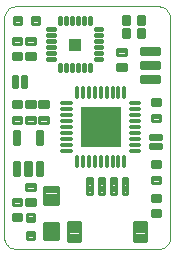
<source format=gts>
G75*
%MOIN*%
%OFA0B0*%
%FSLAX24Y24*%
%IPPOS*%
%LPD*%
%AMOC8*
5,1,8,0,0,1.08239X$1,22.5*
%
%ADD10C,0.0000*%
%ADD11R,0.1375X0.1375*%
%ADD12C,0.0106*%
%ADD13C,0.0114*%
%ADD14C,0.0134*%
%ADD15R,0.0394X0.0394*%
%ADD16C,0.0114*%
%ADD17C,0.0118*%
%ADD18C,0.0138*%
%ADD19C,0.0138*%
%ADD20C,0.0120*%
%ADD21C,0.0116*%
%ADD22C,0.0108*%
D10*
X002723Y003381D02*
X007466Y003381D01*
X007466Y003380D02*
X007505Y003382D01*
X007543Y003388D01*
X007580Y003397D01*
X007617Y003410D01*
X007652Y003427D01*
X007685Y003446D01*
X007716Y003469D01*
X007745Y003495D01*
X007771Y003524D01*
X007794Y003555D01*
X007813Y003588D01*
X007830Y003623D01*
X007843Y003660D01*
X007852Y003697D01*
X007858Y003735D01*
X007860Y003774D01*
X007860Y011074D01*
X007858Y011113D01*
X007852Y011151D01*
X007843Y011188D01*
X007830Y011225D01*
X007813Y011260D01*
X007794Y011293D01*
X007771Y011324D01*
X007745Y011353D01*
X007716Y011379D01*
X007685Y011402D01*
X007652Y011421D01*
X007617Y011438D01*
X007580Y011451D01*
X007543Y011460D01*
X007505Y011466D01*
X007466Y011468D01*
X007466Y011467D02*
X002723Y011467D01*
X002723Y011468D02*
X002684Y011466D01*
X002646Y011460D01*
X002609Y011451D01*
X002572Y011438D01*
X002537Y011421D01*
X002504Y011402D01*
X002473Y011379D01*
X002444Y011353D01*
X002418Y011324D01*
X002395Y011293D01*
X002376Y011260D01*
X002359Y011225D01*
X002346Y011188D01*
X002337Y011151D01*
X002331Y011113D01*
X002329Y011074D01*
X002329Y003774D01*
X002331Y003735D01*
X002337Y003697D01*
X002346Y003660D01*
X002359Y003623D01*
X002376Y003588D01*
X002395Y003555D01*
X002418Y003524D01*
X002444Y003495D01*
X002473Y003469D01*
X002504Y003446D01*
X002537Y003427D01*
X002572Y003410D01*
X002609Y003397D01*
X002646Y003388D01*
X002684Y003382D01*
X002723Y003380D01*
D11*
X005548Y007443D03*
D12*
X003650Y005441D02*
X003650Y004877D01*
X003650Y005441D02*
X004134Y005441D01*
X004134Y004877D01*
X003650Y004877D01*
X003650Y004982D02*
X004134Y004982D01*
X004134Y005087D02*
X003650Y005087D01*
X003650Y005192D02*
X004134Y005192D01*
X004134Y005297D02*
X003650Y005297D01*
X003650Y005402D02*
X004134Y005402D01*
X004134Y004260D02*
X004134Y003696D01*
X003650Y003696D01*
X003650Y004260D01*
X004134Y004260D01*
X004134Y003801D02*
X003650Y003801D01*
X003650Y003906D02*
X004134Y003906D01*
X004134Y004011D02*
X003650Y004011D01*
X003650Y004116D02*
X004134Y004116D01*
X004134Y004221D02*
X003650Y004221D01*
D13*
X003324Y004546D02*
X003084Y004546D01*
X003324Y004546D02*
X003324Y004306D01*
X003084Y004306D01*
X003084Y004546D01*
X003084Y004419D02*
X003324Y004419D01*
X003324Y004532D02*
X003084Y004532D01*
X003084Y003955D02*
X003324Y003955D01*
X003324Y003715D01*
X003084Y003715D01*
X003084Y003955D01*
X003084Y003828D02*
X003324Y003828D01*
X003324Y003941D02*
X003084Y003941D01*
X003254Y010886D02*
X003254Y011126D01*
X003494Y011126D01*
X003494Y010886D01*
X003254Y010886D01*
X003254Y010999D02*
X003494Y010999D01*
X003494Y011112D02*
X003254Y011112D01*
X002664Y011126D02*
X002664Y010886D01*
X002664Y011126D02*
X002904Y011126D01*
X002904Y010886D01*
X002664Y010886D01*
X002664Y010999D02*
X002904Y010999D01*
X002904Y011112D02*
X002664Y011112D01*
D14*
X003807Y010673D02*
X004027Y010673D01*
X003807Y010673D02*
X003807Y010697D01*
X004027Y010697D01*
X004027Y010673D01*
X004027Y010476D02*
X003807Y010476D01*
X003807Y010500D01*
X004027Y010500D01*
X004027Y010476D01*
X004027Y010280D02*
X003807Y010280D01*
X003807Y010304D01*
X004027Y010304D01*
X004027Y010280D01*
X004027Y010083D02*
X003807Y010083D01*
X003807Y010107D01*
X004027Y010107D01*
X004027Y010083D01*
X004027Y009886D02*
X003807Y009886D01*
X003807Y009910D01*
X004027Y009910D01*
X004027Y009886D01*
X004027Y009689D02*
X003807Y009689D01*
X003807Y009713D01*
X004027Y009713D01*
X004027Y009689D01*
X004200Y009516D02*
X004200Y009296D01*
X004200Y009516D02*
X004224Y009516D01*
X004224Y009296D01*
X004200Y009296D01*
X004200Y009429D02*
X004224Y009429D01*
X004397Y009516D02*
X004397Y009296D01*
X004397Y009516D02*
X004421Y009516D01*
X004421Y009296D01*
X004397Y009296D01*
X004397Y009429D02*
X004421Y009429D01*
X004594Y009516D02*
X004594Y009296D01*
X004594Y009516D02*
X004618Y009516D01*
X004618Y009296D01*
X004594Y009296D01*
X004594Y009429D02*
X004618Y009429D01*
X004791Y009516D02*
X004791Y009296D01*
X004791Y009516D02*
X004815Y009516D01*
X004815Y009296D01*
X004791Y009296D01*
X004791Y009429D02*
X004815Y009429D01*
X004987Y009516D02*
X004987Y009296D01*
X004987Y009516D02*
X005011Y009516D01*
X005011Y009296D01*
X004987Y009296D01*
X004987Y009429D02*
X005011Y009429D01*
X005184Y009516D02*
X005184Y009296D01*
X005184Y009516D02*
X005208Y009516D01*
X005208Y009296D01*
X005184Y009296D01*
X005184Y009429D02*
X005208Y009429D01*
X005382Y009713D02*
X005602Y009713D01*
X005602Y009689D01*
X005382Y009689D01*
X005382Y009713D01*
X005382Y009910D02*
X005602Y009910D01*
X005602Y009886D01*
X005382Y009886D01*
X005382Y009910D01*
X005382Y010107D02*
X005602Y010107D01*
X005602Y010083D01*
X005382Y010083D01*
X005382Y010107D01*
X005382Y010304D02*
X005602Y010304D01*
X005602Y010280D01*
X005382Y010280D01*
X005382Y010304D01*
X005382Y010500D02*
X005602Y010500D01*
X005602Y010476D01*
X005382Y010476D01*
X005382Y010500D01*
X005382Y010697D02*
X005602Y010697D01*
X005602Y010673D01*
X005382Y010673D01*
X005382Y010697D01*
X005208Y010871D02*
X005208Y011091D01*
X005208Y010871D02*
X005184Y010871D01*
X005184Y011091D01*
X005208Y011091D01*
X005208Y011004D02*
X005184Y011004D01*
X005011Y011091D02*
X005011Y010871D01*
X004987Y010871D01*
X004987Y011091D01*
X005011Y011091D01*
X005011Y011004D02*
X004987Y011004D01*
X004815Y011091D02*
X004815Y010871D01*
X004791Y010871D01*
X004791Y011091D01*
X004815Y011091D01*
X004815Y011004D02*
X004791Y011004D01*
X004618Y011091D02*
X004618Y010871D01*
X004594Y010871D01*
X004594Y011091D01*
X004618Y011091D01*
X004618Y011004D02*
X004594Y011004D01*
X004421Y011091D02*
X004421Y010871D01*
X004397Y010871D01*
X004397Y011091D01*
X004421Y011091D01*
X004421Y011004D02*
X004397Y011004D01*
X004224Y011091D02*
X004224Y010871D01*
X004200Y010871D01*
X004200Y011091D01*
X004224Y011091D01*
X004224Y011004D02*
X004200Y011004D01*
D15*
X004704Y010193D03*
D16*
X003064Y010223D02*
X003064Y010425D01*
X003344Y010425D01*
X003344Y010223D01*
X003064Y010223D01*
X003064Y010336D02*
X003344Y010336D01*
X003064Y009913D02*
X003064Y009711D01*
X003064Y009913D02*
X003344Y009913D01*
X003344Y009711D01*
X003064Y009711D01*
X003064Y009824D02*
X003344Y009824D01*
X002907Y009913D02*
X002907Y009711D01*
X002627Y009711D01*
X002627Y009913D01*
X002907Y009913D01*
X002907Y009824D02*
X002627Y009824D01*
X002907Y010223D02*
X002907Y010425D01*
X002907Y010223D02*
X002627Y010223D01*
X002627Y010425D01*
X002907Y010425D01*
X002907Y010336D02*
X002627Y010336D01*
X002907Y008300D02*
X002907Y008098D01*
X002627Y008098D01*
X002627Y008300D01*
X002907Y008300D01*
X002907Y008211D02*
X002627Y008211D01*
X002907Y007788D02*
X002907Y007586D01*
X002627Y007586D01*
X002627Y007788D01*
X002907Y007788D01*
X002907Y007699D02*
X002627Y007699D01*
X003344Y007788D02*
X003344Y007586D01*
X003064Y007586D01*
X003064Y007788D01*
X003344Y007788D01*
X003344Y007699D02*
X003064Y007699D01*
X003344Y008098D02*
X003344Y008300D01*
X003344Y008098D02*
X003064Y008098D01*
X003064Y008300D01*
X003344Y008300D01*
X003344Y008211D02*
X003064Y008211D01*
X003502Y008300D02*
X003502Y008098D01*
X003502Y008300D02*
X003782Y008300D01*
X003782Y008098D01*
X003502Y008098D01*
X003502Y008211D02*
X003782Y008211D01*
X003502Y007788D02*
X003502Y007586D01*
X003502Y007788D02*
X003782Y007788D01*
X003782Y007586D01*
X003502Y007586D01*
X003502Y007699D02*
X003782Y007699D01*
X003344Y005550D02*
X003344Y005348D01*
X003064Y005348D01*
X003064Y005550D01*
X003344Y005550D01*
X003344Y005461D02*
X003064Y005461D01*
X003344Y005038D02*
X003344Y004836D01*
X003064Y004836D01*
X003064Y005038D01*
X003344Y005038D01*
X003344Y004949D02*
X003064Y004949D01*
X002627Y004848D02*
X002627Y005050D01*
X002907Y005050D01*
X002907Y004848D01*
X002627Y004848D01*
X002627Y004961D02*
X002907Y004961D01*
X002627Y004538D02*
X002627Y004336D01*
X002627Y004538D02*
X002907Y004538D01*
X002907Y004336D01*
X002627Y004336D01*
X002627Y004449D02*
X002907Y004449D01*
X006375Y009336D02*
X006375Y009538D01*
X006375Y009336D02*
X006095Y009336D01*
X006095Y009538D01*
X006375Y009538D01*
X006375Y009449D02*
X006095Y009449D01*
X006375Y009848D02*
X006375Y010050D01*
X006375Y009848D02*
X006095Y009848D01*
X006095Y010050D01*
X006375Y010050D01*
X006375Y009961D02*
X006095Y009961D01*
X006285Y010428D02*
X006487Y010428D01*
X006285Y010428D02*
X006285Y010708D01*
X006487Y010708D01*
X006487Y010428D01*
X006487Y010541D02*
X006285Y010541D01*
X006285Y010654D02*
X006487Y010654D01*
X006487Y010866D02*
X006285Y010866D01*
X006285Y011146D01*
X006487Y011146D01*
X006487Y010866D01*
X006487Y010979D02*
X006285Y010979D01*
X006285Y011092D02*
X006487Y011092D01*
X006797Y010866D02*
X006999Y010866D01*
X006797Y010866D02*
X006797Y011146D01*
X006999Y011146D01*
X006999Y010866D01*
X006999Y010979D02*
X006797Y010979D01*
X006797Y011092D02*
X006999Y011092D01*
X006999Y010428D02*
X006797Y010428D01*
X006797Y010708D01*
X006999Y010708D01*
X006999Y010428D01*
X006999Y010541D02*
X006797Y010541D01*
X006797Y010654D02*
X006999Y010654D01*
X007501Y010079D02*
X007501Y009877D01*
X006907Y009877D01*
X006907Y010079D01*
X007501Y010079D01*
X007501Y009990D02*
X006907Y009990D01*
X007501Y009607D02*
X007501Y009405D01*
X006907Y009405D01*
X006907Y009607D01*
X007501Y009607D01*
X007501Y009518D02*
X006907Y009518D01*
X007501Y009134D02*
X007501Y008932D01*
X006907Y008932D01*
X006907Y009134D01*
X007501Y009134D01*
X007501Y009045D02*
X006907Y009045D01*
X007252Y008363D02*
X007252Y008161D01*
X007252Y008363D02*
X007532Y008363D01*
X007532Y008161D01*
X007252Y008161D01*
X007252Y008274D02*
X007532Y008274D01*
X007252Y007851D02*
X007252Y007649D01*
X007252Y007851D02*
X007532Y007851D01*
X007532Y007649D01*
X007252Y007649D01*
X007252Y007762D02*
X007532Y007762D01*
X007252Y006300D02*
X007252Y006098D01*
X007252Y006300D02*
X007532Y006300D01*
X007532Y006098D01*
X007252Y006098D01*
X007252Y006211D02*
X007532Y006211D01*
X007252Y005788D02*
X007252Y005586D01*
X007252Y005788D02*
X007532Y005788D01*
X007532Y005586D01*
X007252Y005586D01*
X007252Y005699D02*
X007532Y005699D01*
X007532Y005175D02*
X007532Y004973D01*
X007252Y004973D01*
X007252Y005175D01*
X007532Y005175D01*
X007532Y005086D02*
X007252Y005086D01*
X007532Y004663D02*
X007532Y004461D01*
X007252Y004461D01*
X007252Y004663D01*
X007532Y004663D01*
X007532Y004574D02*
X007252Y004574D01*
D17*
X003585Y005859D02*
X003447Y005859D01*
X003447Y006253D01*
X003585Y006253D01*
X003585Y005859D01*
X003585Y005976D02*
X003447Y005976D01*
X003447Y006093D02*
X003585Y006093D01*
X003585Y006210D02*
X003447Y006210D01*
X003211Y005859D02*
X003073Y005859D01*
X003073Y006253D01*
X003211Y006253D01*
X003211Y005859D01*
X003211Y005976D02*
X003073Y005976D01*
X003073Y006093D02*
X003211Y006093D01*
X003211Y006210D02*
X003073Y006210D01*
X002837Y005859D02*
X002699Y005859D01*
X002699Y006253D01*
X002837Y006253D01*
X002837Y005859D01*
X002837Y005976D02*
X002699Y005976D01*
X002699Y006093D02*
X002837Y006093D01*
X002837Y006210D02*
X002699Y006210D01*
X002699Y006883D02*
X002837Y006883D01*
X002699Y006883D02*
X002699Y007277D01*
X002837Y007277D01*
X002837Y006883D01*
X002837Y007000D02*
X002699Y007000D01*
X002699Y007117D02*
X002837Y007117D01*
X002837Y007234D02*
X002699Y007234D01*
X003447Y006883D02*
X003585Y006883D01*
X003447Y006883D02*
X003447Y007277D01*
X003585Y007277D01*
X003585Y006883D01*
X003585Y007000D02*
X003447Y007000D01*
X003447Y007117D02*
X003585Y007117D01*
X003585Y007234D02*
X003447Y007234D01*
D18*
X004258Y007246D02*
X004554Y007246D01*
X004554Y007443D02*
X004258Y007443D01*
X004258Y007640D02*
X004554Y007640D01*
X004554Y007837D02*
X004258Y007837D01*
X004258Y008034D02*
X004554Y008034D01*
X004554Y008231D02*
X004258Y008231D01*
X004761Y008437D02*
X004761Y008733D01*
X004957Y008733D02*
X004957Y008437D01*
X005154Y008437D02*
X005154Y008733D01*
X005351Y008733D02*
X005351Y008437D01*
X005548Y008437D02*
X005548Y008733D01*
X005745Y008733D02*
X005745Y008437D01*
X005942Y008437D02*
X005942Y008733D01*
X006138Y008733D02*
X006138Y008437D01*
X006335Y008437D02*
X006335Y008733D01*
X006542Y008231D02*
X006838Y008231D01*
X006838Y008034D02*
X006542Y008034D01*
X006542Y007837D02*
X006838Y007837D01*
X006838Y007640D02*
X006542Y007640D01*
X006542Y007443D02*
X006838Y007443D01*
X006838Y007246D02*
X006542Y007246D01*
X006542Y007049D02*
X006838Y007049D01*
X006838Y006853D02*
X006542Y006853D01*
X006335Y006449D02*
X006335Y006153D01*
X006138Y006153D02*
X006138Y006449D01*
X005942Y006449D02*
X005942Y006153D01*
X005745Y006153D02*
X005745Y006449D01*
X005548Y006449D02*
X005548Y006153D01*
X005351Y006153D02*
X005351Y006449D01*
X005154Y006449D02*
X005154Y006153D01*
X004957Y006153D02*
X004957Y006449D01*
X004761Y006449D02*
X004761Y006153D01*
X004554Y006656D02*
X004258Y006656D01*
X004258Y006853D02*
X004554Y006853D01*
X004554Y007049D02*
X004258Y007049D01*
D19*
X006542Y006660D02*
X006838Y006660D01*
X006838Y006652D01*
X006542Y006652D01*
X006542Y006660D01*
D20*
X007552Y006733D02*
X007552Y006853D01*
X007552Y006733D02*
X007232Y006733D01*
X007232Y006853D01*
X007552Y006853D01*
X007552Y006852D02*
X007232Y006852D01*
X007552Y007033D02*
X007552Y007153D01*
X007552Y007033D02*
X007232Y007033D01*
X007232Y007153D01*
X007552Y007153D01*
X007552Y007152D02*
X007232Y007152D01*
X003070Y008783D02*
X002950Y008783D01*
X002950Y009103D01*
X003070Y009103D01*
X003070Y008783D01*
X003070Y008902D02*
X002950Y008902D01*
X002950Y009021D02*
X003070Y009021D01*
X002770Y008783D02*
X002650Y008783D01*
X002650Y009103D01*
X002770Y009103D01*
X002770Y008783D01*
X002770Y008902D02*
X002650Y008902D01*
X002650Y009021D02*
X002770Y009021D01*
D21*
X005096Y005222D02*
X005256Y005222D01*
X005096Y005222D02*
X005096Y005756D01*
X005256Y005756D01*
X005256Y005222D01*
X005256Y005337D02*
X005096Y005337D01*
X005096Y005452D02*
X005256Y005452D01*
X005256Y005567D02*
X005096Y005567D01*
X005096Y005682D02*
X005256Y005682D01*
X005490Y005222D02*
X005650Y005222D01*
X005490Y005222D02*
X005490Y005756D01*
X005650Y005756D01*
X005650Y005222D01*
X005650Y005337D02*
X005490Y005337D01*
X005490Y005452D02*
X005650Y005452D01*
X005650Y005567D02*
X005490Y005567D01*
X005490Y005682D02*
X005650Y005682D01*
X005884Y005222D02*
X006044Y005222D01*
X005884Y005222D02*
X005884Y005756D01*
X006044Y005756D01*
X006044Y005222D01*
X006044Y005337D02*
X005884Y005337D01*
X005884Y005452D02*
X006044Y005452D01*
X006044Y005567D02*
X005884Y005567D01*
X005884Y005682D02*
X006044Y005682D01*
X006277Y005222D02*
X006437Y005222D01*
X006277Y005222D02*
X006277Y005756D01*
X006437Y005756D01*
X006437Y005222D01*
X006437Y005337D02*
X006277Y005337D01*
X006277Y005452D02*
X006437Y005452D01*
X006437Y005567D02*
X006277Y005567D01*
X006277Y005682D02*
X006437Y005682D01*
D22*
X006667Y003644D02*
X007071Y003644D01*
X006667Y003644D02*
X006667Y004284D01*
X007071Y004284D01*
X007071Y003644D01*
X007071Y003751D02*
X006667Y003751D01*
X006667Y003858D02*
X007071Y003858D01*
X007071Y003965D02*
X006667Y003965D01*
X006667Y004072D02*
X007071Y004072D01*
X007071Y004179D02*
X006667Y004179D01*
X004866Y003644D02*
X004462Y003644D01*
X004462Y004284D01*
X004866Y004284D01*
X004866Y003644D01*
X004866Y003751D02*
X004462Y003751D01*
X004462Y003858D02*
X004866Y003858D01*
X004866Y003965D02*
X004462Y003965D01*
X004462Y004072D02*
X004866Y004072D01*
X004866Y004179D02*
X004462Y004179D01*
M02*

</source>
